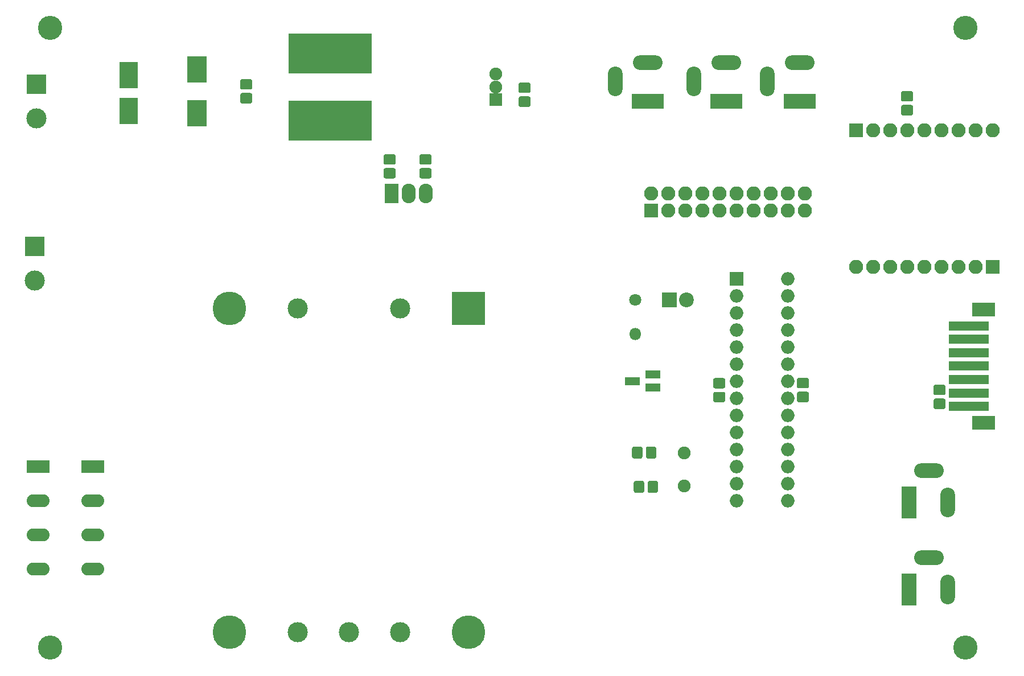
<source format=gbr>
G04 #@! TF.GenerationSoftware,KiCad,Pcbnew,(5.0.0)*
G04 #@! TF.CreationDate,2019-02-09T12:54:46-06:00*
G04 #@! TF.ProjectId,ArmPowerBoardV3,41726D506F776572426F61726456332E,rev?*
G04 #@! TF.SameCoordinates,Original*
G04 #@! TF.FileFunction,Soldermask,Top*
G04 #@! TF.FilePolarity,Negative*
%FSLAX46Y46*%
G04 Gerber Fmt 4.6, Leading zero omitted, Abs format (unit mm)*
G04 Created by KiCad (PCBNEW (5.0.0)) date 02/09/19 12:54:46*
%MOMM*%
%LPD*%
G01*
G04 APERTURE LIST*
%ADD10C,3.600000*%
%ADD11R,2.000000X2.000000*%
%ADD12O,2.000000X2.000000*%
%ADD13C,0.100000*%
%ADD14C,1.550000*%
%ADD15R,2.900000X3.900000*%
%ADD16R,2.700000X3.900000*%
%ADD17R,2.200000X2.200000*%
%ADD18C,2.200000*%
%ADD19R,3.400000X1.900000*%
%ADD20O,3.400000X1.900000*%
%ADD21R,3.000000X3.000000*%
%ADD22C,3.000000*%
%ADD23R,2.100000X2.100000*%
%ADD24O,2.100000X2.100000*%
%ADD25R,5.900000X1.400000*%
%ADD26R,3.400000X2.000000*%
%ADD27C,1.800000*%
%ADD28O,1.800000X1.800000*%
%ADD29C,1.900000*%
%ADD30R,1.900000X1.900000*%
%ADD31R,12.400000X5.900000*%
%ADD32R,5.003200X5.003200*%
%ADD33C,3.003200*%
%ADD34C,5.003200*%
%ADD35R,2.300000X1.200000*%
%ADD36R,2.100000X2.900000*%
%ADD37O,2.100000X2.900000*%
%ADD38O,4.400000X2.200000*%
%ADD39O,2.200000X4.400000*%
%ADD40R,2.200000X4.800000*%
%ADD41R,4.800000X2.200000*%
G04 APERTURE END LIST*
D10*
G04 #@! TO.C,REF\002A\002A*
X26924000Y-35560000D03*
G04 #@! TD*
G04 #@! TO.C,REF\002A\002A*
X26924000Y-127762000D03*
G04 #@! TD*
G04 #@! TO.C,REF\002A\002A*
X163068000Y-127762000D03*
G04 #@! TD*
D11*
G04 #@! TO.C,J10*
X129032000Y-72898000D03*
D12*
X136652000Y-105918000D03*
X129032000Y-75438000D03*
X136652000Y-103378000D03*
X129032000Y-77978000D03*
X136652000Y-100838000D03*
X129032000Y-80518000D03*
X136652000Y-98298000D03*
X129032000Y-83058000D03*
X136652000Y-95758000D03*
X129032000Y-85598000D03*
X136652000Y-93218000D03*
X129032000Y-88138000D03*
X136652000Y-90678000D03*
X129032000Y-90678000D03*
X136652000Y-88138000D03*
X129032000Y-93218000D03*
X136652000Y-85598000D03*
X129032000Y-95758000D03*
X136652000Y-83058000D03*
X129032000Y-98298000D03*
X136652000Y-80518000D03*
X129032000Y-100838000D03*
X136652000Y-77978000D03*
X129032000Y-103378000D03*
X136652000Y-75438000D03*
X129032000Y-105918000D03*
X136652000Y-72898000D03*
G04 #@! TD*
D13*
G04 #@! TO.C,C1*
G36*
X98132071Y-43667623D02*
X98164781Y-43672475D01*
X98196857Y-43680509D01*
X98227991Y-43691649D01*
X98257884Y-43705787D01*
X98286247Y-43722787D01*
X98312807Y-43742485D01*
X98337308Y-43764692D01*
X98359515Y-43789193D01*
X98379213Y-43815753D01*
X98396213Y-43844116D01*
X98410351Y-43874009D01*
X98421491Y-43905143D01*
X98429525Y-43937219D01*
X98434377Y-43969929D01*
X98436000Y-44002956D01*
X98436000Y-44879044D01*
X98434377Y-44912071D01*
X98429525Y-44944781D01*
X98421491Y-44976857D01*
X98410351Y-45007991D01*
X98396213Y-45037884D01*
X98379213Y-45066247D01*
X98359515Y-45092807D01*
X98337308Y-45117308D01*
X98312807Y-45139515D01*
X98286247Y-45159213D01*
X98257884Y-45176213D01*
X98227991Y-45190351D01*
X98196857Y-45201491D01*
X98164781Y-45209525D01*
X98132071Y-45214377D01*
X98099044Y-45216000D01*
X96972956Y-45216000D01*
X96939929Y-45214377D01*
X96907219Y-45209525D01*
X96875143Y-45201491D01*
X96844009Y-45190351D01*
X96814116Y-45176213D01*
X96785753Y-45159213D01*
X96759193Y-45139515D01*
X96734692Y-45117308D01*
X96712485Y-45092807D01*
X96692787Y-45066247D01*
X96675787Y-45037884D01*
X96661649Y-45007991D01*
X96650509Y-44976857D01*
X96642475Y-44944781D01*
X96637623Y-44912071D01*
X96636000Y-44879044D01*
X96636000Y-44002956D01*
X96637623Y-43969929D01*
X96642475Y-43937219D01*
X96650509Y-43905143D01*
X96661649Y-43874009D01*
X96675787Y-43844116D01*
X96692787Y-43815753D01*
X96712485Y-43789193D01*
X96734692Y-43764692D01*
X96759193Y-43742485D01*
X96785753Y-43722787D01*
X96814116Y-43705787D01*
X96844009Y-43691649D01*
X96875143Y-43680509D01*
X96907219Y-43672475D01*
X96939929Y-43667623D01*
X96972956Y-43666000D01*
X98099044Y-43666000D01*
X98132071Y-43667623D01*
X98132071Y-43667623D01*
G37*
D14*
X97536000Y-44441000D03*
D13*
G36*
X98132071Y-45717623D02*
X98164781Y-45722475D01*
X98196857Y-45730509D01*
X98227991Y-45741649D01*
X98257884Y-45755787D01*
X98286247Y-45772787D01*
X98312807Y-45792485D01*
X98337308Y-45814692D01*
X98359515Y-45839193D01*
X98379213Y-45865753D01*
X98396213Y-45894116D01*
X98410351Y-45924009D01*
X98421491Y-45955143D01*
X98429525Y-45987219D01*
X98434377Y-46019929D01*
X98436000Y-46052956D01*
X98436000Y-46929044D01*
X98434377Y-46962071D01*
X98429525Y-46994781D01*
X98421491Y-47026857D01*
X98410351Y-47057991D01*
X98396213Y-47087884D01*
X98379213Y-47116247D01*
X98359515Y-47142807D01*
X98337308Y-47167308D01*
X98312807Y-47189515D01*
X98286247Y-47209213D01*
X98257884Y-47226213D01*
X98227991Y-47240351D01*
X98196857Y-47251491D01*
X98164781Y-47259525D01*
X98132071Y-47264377D01*
X98099044Y-47266000D01*
X96972956Y-47266000D01*
X96939929Y-47264377D01*
X96907219Y-47259525D01*
X96875143Y-47251491D01*
X96844009Y-47240351D01*
X96814116Y-47226213D01*
X96785753Y-47209213D01*
X96759193Y-47189515D01*
X96734692Y-47167308D01*
X96712485Y-47142807D01*
X96692787Y-47116247D01*
X96675787Y-47087884D01*
X96661649Y-47057991D01*
X96650509Y-47026857D01*
X96642475Y-46994781D01*
X96637623Y-46962071D01*
X96636000Y-46929044D01*
X96636000Y-46052956D01*
X96637623Y-46019929D01*
X96642475Y-45987219D01*
X96650509Y-45955143D01*
X96661649Y-45924009D01*
X96675787Y-45894116D01*
X96692787Y-45865753D01*
X96712485Y-45839193D01*
X96734692Y-45814692D01*
X96759193Y-45792485D01*
X96785753Y-45772787D01*
X96814116Y-45755787D01*
X96844009Y-45741649D01*
X96875143Y-45730509D01*
X96907219Y-45722475D01*
X96939929Y-45717623D01*
X96972956Y-45716000D01*
X98099044Y-45716000D01*
X98132071Y-45717623D01*
X98132071Y-45717623D01*
G37*
D14*
X97536000Y-46491000D03*
G04 #@! TD*
D15*
G04 #@! TO.C,C3*
X48768000Y-41708000D03*
X48768000Y-48208000D03*
G04 #@! TD*
D16*
G04 #@! TO.C,D1*
X38608000Y-42512000D03*
X38608000Y-47912000D03*
G04 #@! TD*
D17*
G04 #@! TO.C,D2*
X119084059Y-75968813D03*
D18*
X121624059Y-75968813D03*
G04 #@! TD*
D19*
G04 #@! TO.C,J1*
X25146000Y-100838000D03*
X33346000Y-100838000D03*
D20*
X25146000Y-105918000D03*
X33346000Y-105918000D03*
X25146000Y-110998000D03*
X33346000Y-110998000D03*
X25146000Y-116078000D03*
X33346000Y-116078000D03*
G04 #@! TD*
D21*
G04 #@! TO.C,J4*
X24638000Y-68072000D03*
D22*
X24638000Y-73152000D03*
G04 #@! TD*
D23*
G04 #@! TO.C,J9*
X146812000Y-50800000D03*
D24*
X149352000Y-50800000D03*
X151892000Y-50800000D03*
X154432000Y-50800000D03*
X156972000Y-50800000D03*
X159512000Y-50800000D03*
X162052000Y-50800000D03*
X164592000Y-50800000D03*
X167132000Y-50800000D03*
G04 #@! TD*
G04 #@! TO.C,J11*
X146812000Y-71120000D03*
X149352000Y-71120000D03*
X151892000Y-71120000D03*
X154432000Y-71120000D03*
X156972000Y-71120000D03*
X159512000Y-71120000D03*
X162052000Y-71120000D03*
X164592000Y-71120000D03*
D23*
X167132000Y-71120000D03*
G04 #@! TD*
D25*
G04 #@! TO.C,J13*
X163584000Y-79852000D03*
X163584000Y-81852000D03*
X163584000Y-83852000D03*
X163584000Y-85852000D03*
X163584000Y-87852000D03*
X163584000Y-89852000D03*
X163584000Y-91852000D03*
D26*
X165834000Y-77452000D03*
X165834000Y-94252000D03*
G04 #@! TD*
D27*
G04 #@! TO.C,R2*
X114004059Y-75968813D03*
D28*
X114004059Y-81048813D03*
G04 #@! TD*
D29*
G04 #@! TO.C,U1*
X93218000Y-44318000D03*
X93218000Y-42408000D03*
D30*
X93218000Y-46228000D03*
D31*
X68618000Y-39318000D03*
X68618000Y-49318000D03*
G04 #@! TD*
D32*
G04 #@! TO.C,U2*
X89154000Y-77221000D03*
D33*
X78994000Y-77221000D03*
X63754000Y-77221000D03*
D34*
X53594000Y-77221000D03*
X53594000Y-125471000D03*
D33*
X63754000Y-125471000D03*
X71374000Y-125471000D03*
X78994000Y-125471000D03*
D34*
X89154000Y-125471000D03*
G04 #@! TD*
D35*
G04 #@! TO.C,U4*
X116586000Y-89022000D03*
X116586000Y-87122000D03*
X113586000Y-88072000D03*
G04 #@! TD*
D29*
G04 #@! TO.C,Y1*
X121268574Y-98795540D03*
X121268574Y-103675540D03*
G04 #@! TD*
D21*
G04 #@! TO.C,BT1*
X24892000Y-43942000D03*
D22*
X24892000Y-49022000D03*
G04 #@! TD*
D13*
G04 #@! TO.C,C5*
G36*
X78066071Y-56376623D02*
X78098781Y-56381475D01*
X78130857Y-56389509D01*
X78161991Y-56400649D01*
X78191884Y-56414787D01*
X78220247Y-56431787D01*
X78246807Y-56451485D01*
X78271308Y-56473692D01*
X78293515Y-56498193D01*
X78313213Y-56524753D01*
X78330213Y-56553116D01*
X78344351Y-56583009D01*
X78355491Y-56614143D01*
X78363525Y-56646219D01*
X78368377Y-56678929D01*
X78370000Y-56711956D01*
X78370000Y-57588044D01*
X78368377Y-57621071D01*
X78363525Y-57653781D01*
X78355491Y-57685857D01*
X78344351Y-57716991D01*
X78330213Y-57746884D01*
X78313213Y-57775247D01*
X78293515Y-57801807D01*
X78271308Y-57826308D01*
X78246807Y-57848515D01*
X78220247Y-57868213D01*
X78191884Y-57885213D01*
X78161991Y-57899351D01*
X78130857Y-57910491D01*
X78098781Y-57918525D01*
X78066071Y-57923377D01*
X78033044Y-57925000D01*
X76906956Y-57925000D01*
X76873929Y-57923377D01*
X76841219Y-57918525D01*
X76809143Y-57910491D01*
X76778009Y-57899351D01*
X76748116Y-57885213D01*
X76719753Y-57868213D01*
X76693193Y-57848515D01*
X76668692Y-57826308D01*
X76646485Y-57801807D01*
X76626787Y-57775247D01*
X76609787Y-57746884D01*
X76595649Y-57716991D01*
X76584509Y-57685857D01*
X76576475Y-57653781D01*
X76571623Y-57621071D01*
X76570000Y-57588044D01*
X76570000Y-56711956D01*
X76571623Y-56678929D01*
X76576475Y-56646219D01*
X76584509Y-56614143D01*
X76595649Y-56583009D01*
X76609787Y-56553116D01*
X76626787Y-56524753D01*
X76646485Y-56498193D01*
X76668692Y-56473692D01*
X76693193Y-56451485D01*
X76719753Y-56431787D01*
X76748116Y-56414787D01*
X76778009Y-56400649D01*
X76809143Y-56389509D01*
X76841219Y-56381475D01*
X76873929Y-56376623D01*
X76906956Y-56375000D01*
X78033044Y-56375000D01*
X78066071Y-56376623D01*
X78066071Y-56376623D01*
G37*
D14*
X77470000Y-57150000D03*
D13*
G36*
X78066071Y-54326623D02*
X78098781Y-54331475D01*
X78130857Y-54339509D01*
X78161991Y-54350649D01*
X78191884Y-54364787D01*
X78220247Y-54381787D01*
X78246807Y-54401485D01*
X78271308Y-54423692D01*
X78293515Y-54448193D01*
X78313213Y-54474753D01*
X78330213Y-54503116D01*
X78344351Y-54533009D01*
X78355491Y-54564143D01*
X78363525Y-54596219D01*
X78368377Y-54628929D01*
X78370000Y-54661956D01*
X78370000Y-55538044D01*
X78368377Y-55571071D01*
X78363525Y-55603781D01*
X78355491Y-55635857D01*
X78344351Y-55666991D01*
X78330213Y-55696884D01*
X78313213Y-55725247D01*
X78293515Y-55751807D01*
X78271308Y-55776308D01*
X78246807Y-55798515D01*
X78220247Y-55818213D01*
X78191884Y-55835213D01*
X78161991Y-55849351D01*
X78130857Y-55860491D01*
X78098781Y-55868525D01*
X78066071Y-55873377D01*
X78033044Y-55875000D01*
X76906956Y-55875000D01*
X76873929Y-55873377D01*
X76841219Y-55868525D01*
X76809143Y-55860491D01*
X76778009Y-55849351D01*
X76748116Y-55835213D01*
X76719753Y-55818213D01*
X76693193Y-55798515D01*
X76668692Y-55776308D01*
X76646485Y-55751807D01*
X76626787Y-55725247D01*
X76609787Y-55696884D01*
X76595649Y-55666991D01*
X76584509Y-55635857D01*
X76576475Y-55603781D01*
X76571623Y-55571071D01*
X76570000Y-55538044D01*
X76570000Y-54661956D01*
X76571623Y-54628929D01*
X76576475Y-54596219D01*
X76584509Y-54564143D01*
X76595649Y-54533009D01*
X76609787Y-54503116D01*
X76626787Y-54474753D01*
X76646485Y-54448193D01*
X76668692Y-54423692D01*
X76693193Y-54401485D01*
X76719753Y-54381787D01*
X76748116Y-54364787D01*
X76778009Y-54350649D01*
X76809143Y-54339509D01*
X76841219Y-54331475D01*
X76873929Y-54326623D01*
X76906956Y-54325000D01*
X78033044Y-54325000D01*
X78066071Y-54326623D01*
X78066071Y-54326623D01*
G37*
D14*
X77470000Y-55100000D03*
G04 #@! TD*
D13*
G04 #@! TO.C,C6*
G36*
X83400071Y-54326623D02*
X83432781Y-54331475D01*
X83464857Y-54339509D01*
X83495991Y-54350649D01*
X83525884Y-54364787D01*
X83554247Y-54381787D01*
X83580807Y-54401485D01*
X83605308Y-54423692D01*
X83627515Y-54448193D01*
X83647213Y-54474753D01*
X83664213Y-54503116D01*
X83678351Y-54533009D01*
X83689491Y-54564143D01*
X83697525Y-54596219D01*
X83702377Y-54628929D01*
X83704000Y-54661956D01*
X83704000Y-55538044D01*
X83702377Y-55571071D01*
X83697525Y-55603781D01*
X83689491Y-55635857D01*
X83678351Y-55666991D01*
X83664213Y-55696884D01*
X83647213Y-55725247D01*
X83627515Y-55751807D01*
X83605308Y-55776308D01*
X83580807Y-55798515D01*
X83554247Y-55818213D01*
X83525884Y-55835213D01*
X83495991Y-55849351D01*
X83464857Y-55860491D01*
X83432781Y-55868525D01*
X83400071Y-55873377D01*
X83367044Y-55875000D01*
X82240956Y-55875000D01*
X82207929Y-55873377D01*
X82175219Y-55868525D01*
X82143143Y-55860491D01*
X82112009Y-55849351D01*
X82082116Y-55835213D01*
X82053753Y-55818213D01*
X82027193Y-55798515D01*
X82002692Y-55776308D01*
X81980485Y-55751807D01*
X81960787Y-55725247D01*
X81943787Y-55696884D01*
X81929649Y-55666991D01*
X81918509Y-55635857D01*
X81910475Y-55603781D01*
X81905623Y-55571071D01*
X81904000Y-55538044D01*
X81904000Y-54661956D01*
X81905623Y-54628929D01*
X81910475Y-54596219D01*
X81918509Y-54564143D01*
X81929649Y-54533009D01*
X81943787Y-54503116D01*
X81960787Y-54474753D01*
X81980485Y-54448193D01*
X82002692Y-54423692D01*
X82027193Y-54401485D01*
X82053753Y-54381787D01*
X82082116Y-54364787D01*
X82112009Y-54350649D01*
X82143143Y-54339509D01*
X82175219Y-54331475D01*
X82207929Y-54326623D01*
X82240956Y-54325000D01*
X83367044Y-54325000D01*
X83400071Y-54326623D01*
X83400071Y-54326623D01*
G37*
D14*
X82804000Y-55100000D03*
D13*
G36*
X83400071Y-56376623D02*
X83432781Y-56381475D01*
X83464857Y-56389509D01*
X83495991Y-56400649D01*
X83525884Y-56414787D01*
X83554247Y-56431787D01*
X83580807Y-56451485D01*
X83605308Y-56473692D01*
X83627515Y-56498193D01*
X83647213Y-56524753D01*
X83664213Y-56553116D01*
X83678351Y-56583009D01*
X83689491Y-56614143D01*
X83697525Y-56646219D01*
X83702377Y-56678929D01*
X83704000Y-56711956D01*
X83704000Y-57588044D01*
X83702377Y-57621071D01*
X83697525Y-57653781D01*
X83689491Y-57685857D01*
X83678351Y-57716991D01*
X83664213Y-57746884D01*
X83647213Y-57775247D01*
X83627515Y-57801807D01*
X83605308Y-57826308D01*
X83580807Y-57848515D01*
X83554247Y-57868213D01*
X83525884Y-57885213D01*
X83495991Y-57899351D01*
X83464857Y-57910491D01*
X83432781Y-57918525D01*
X83400071Y-57923377D01*
X83367044Y-57925000D01*
X82240956Y-57925000D01*
X82207929Y-57923377D01*
X82175219Y-57918525D01*
X82143143Y-57910491D01*
X82112009Y-57899351D01*
X82082116Y-57885213D01*
X82053753Y-57868213D01*
X82027193Y-57848515D01*
X82002692Y-57826308D01*
X81980485Y-57801807D01*
X81960787Y-57775247D01*
X81943787Y-57746884D01*
X81929649Y-57716991D01*
X81918509Y-57685857D01*
X81910475Y-57653781D01*
X81905623Y-57621071D01*
X81904000Y-57588044D01*
X81904000Y-56711956D01*
X81905623Y-56678929D01*
X81910475Y-56646219D01*
X81918509Y-56614143D01*
X81929649Y-56583009D01*
X81943787Y-56553116D01*
X81960787Y-56524753D01*
X81980485Y-56498193D01*
X82002692Y-56473692D01*
X82027193Y-56451485D01*
X82053753Y-56431787D01*
X82082116Y-56414787D01*
X82112009Y-56400649D01*
X82143143Y-56389509D01*
X82175219Y-56381475D01*
X82207929Y-56376623D01*
X82240956Y-56375000D01*
X83367044Y-56375000D01*
X83400071Y-56376623D01*
X83400071Y-56376623D01*
G37*
D14*
X82804000Y-57150000D03*
G04 #@! TD*
D23*
G04 #@! TO.C,J8*
X116332000Y-62738000D03*
D24*
X116332000Y-60198000D03*
X118872000Y-62738000D03*
X118872000Y-60198000D03*
X121412000Y-62738000D03*
X121412000Y-60198000D03*
X123952000Y-62738000D03*
X123952000Y-60198000D03*
X126492000Y-62738000D03*
X126492000Y-60198000D03*
X129032000Y-62738000D03*
X129032000Y-60198000D03*
X131572000Y-62738000D03*
X131572000Y-60198000D03*
X134112000Y-62738000D03*
X134112000Y-60198000D03*
X136652000Y-62738000D03*
X136652000Y-60198000D03*
X139192000Y-62738000D03*
X139192000Y-60198000D03*
G04 #@! TD*
D36*
G04 #@! TO.C,U3*
X77724000Y-60198000D03*
D37*
X80264000Y-60198000D03*
X82804000Y-60198000D03*
G04 #@! TD*
D13*
G04 #@! TO.C,C7*
G36*
X159854071Y-88625623D02*
X159886781Y-88630475D01*
X159918857Y-88638509D01*
X159949991Y-88649649D01*
X159979884Y-88663787D01*
X160008247Y-88680787D01*
X160034807Y-88700485D01*
X160059308Y-88722692D01*
X160081515Y-88747193D01*
X160101213Y-88773753D01*
X160118213Y-88802116D01*
X160132351Y-88832009D01*
X160143491Y-88863143D01*
X160151525Y-88895219D01*
X160156377Y-88927929D01*
X160158000Y-88960956D01*
X160158000Y-89837044D01*
X160156377Y-89870071D01*
X160151525Y-89902781D01*
X160143491Y-89934857D01*
X160132351Y-89965991D01*
X160118213Y-89995884D01*
X160101213Y-90024247D01*
X160081515Y-90050807D01*
X160059308Y-90075308D01*
X160034807Y-90097515D01*
X160008247Y-90117213D01*
X159979884Y-90134213D01*
X159949991Y-90148351D01*
X159918857Y-90159491D01*
X159886781Y-90167525D01*
X159854071Y-90172377D01*
X159821044Y-90174000D01*
X158694956Y-90174000D01*
X158661929Y-90172377D01*
X158629219Y-90167525D01*
X158597143Y-90159491D01*
X158566009Y-90148351D01*
X158536116Y-90134213D01*
X158507753Y-90117213D01*
X158481193Y-90097515D01*
X158456692Y-90075308D01*
X158434485Y-90050807D01*
X158414787Y-90024247D01*
X158397787Y-89995884D01*
X158383649Y-89965991D01*
X158372509Y-89934857D01*
X158364475Y-89902781D01*
X158359623Y-89870071D01*
X158358000Y-89837044D01*
X158358000Y-88960956D01*
X158359623Y-88927929D01*
X158364475Y-88895219D01*
X158372509Y-88863143D01*
X158383649Y-88832009D01*
X158397787Y-88802116D01*
X158414787Y-88773753D01*
X158434485Y-88747193D01*
X158456692Y-88722692D01*
X158481193Y-88700485D01*
X158507753Y-88680787D01*
X158536116Y-88663787D01*
X158566009Y-88649649D01*
X158597143Y-88638509D01*
X158629219Y-88630475D01*
X158661929Y-88625623D01*
X158694956Y-88624000D01*
X159821044Y-88624000D01*
X159854071Y-88625623D01*
X159854071Y-88625623D01*
G37*
D14*
X159258000Y-89399000D03*
D13*
G36*
X159854071Y-90675623D02*
X159886781Y-90680475D01*
X159918857Y-90688509D01*
X159949991Y-90699649D01*
X159979884Y-90713787D01*
X160008247Y-90730787D01*
X160034807Y-90750485D01*
X160059308Y-90772692D01*
X160081515Y-90797193D01*
X160101213Y-90823753D01*
X160118213Y-90852116D01*
X160132351Y-90882009D01*
X160143491Y-90913143D01*
X160151525Y-90945219D01*
X160156377Y-90977929D01*
X160158000Y-91010956D01*
X160158000Y-91887044D01*
X160156377Y-91920071D01*
X160151525Y-91952781D01*
X160143491Y-91984857D01*
X160132351Y-92015991D01*
X160118213Y-92045884D01*
X160101213Y-92074247D01*
X160081515Y-92100807D01*
X160059308Y-92125308D01*
X160034807Y-92147515D01*
X160008247Y-92167213D01*
X159979884Y-92184213D01*
X159949991Y-92198351D01*
X159918857Y-92209491D01*
X159886781Y-92217525D01*
X159854071Y-92222377D01*
X159821044Y-92224000D01*
X158694956Y-92224000D01*
X158661929Y-92222377D01*
X158629219Y-92217525D01*
X158597143Y-92209491D01*
X158566009Y-92198351D01*
X158536116Y-92184213D01*
X158507753Y-92167213D01*
X158481193Y-92147515D01*
X158456692Y-92125308D01*
X158434485Y-92100807D01*
X158414787Y-92074247D01*
X158397787Y-92045884D01*
X158383649Y-92015991D01*
X158372509Y-91984857D01*
X158364475Y-91952781D01*
X158359623Y-91920071D01*
X158358000Y-91887044D01*
X158358000Y-91010956D01*
X158359623Y-90977929D01*
X158364475Y-90945219D01*
X158372509Y-90913143D01*
X158383649Y-90882009D01*
X158397787Y-90852116D01*
X158414787Y-90823753D01*
X158434485Y-90797193D01*
X158456692Y-90772692D01*
X158481193Y-90750485D01*
X158507753Y-90730787D01*
X158536116Y-90713787D01*
X158566009Y-90699649D01*
X158597143Y-90688509D01*
X158629219Y-90680475D01*
X158661929Y-90675623D01*
X158694956Y-90674000D01*
X159821044Y-90674000D01*
X159854071Y-90675623D01*
X159854071Y-90675623D01*
G37*
D14*
X159258000Y-91449000D03*
G04 #@! TD*
D13*
G04 #@! TO.C,C8*
G36*
X56730071Y-45209623D02*
X56762781Y-45214475D01*
X56794857Y-45222509D01*
X56825991Y-45233649D01*
X56855884Y-45247787D01*
X56884247Y-45264787D01*
X56910807Y-45284485D01*
X56935308Y-45306692D01*
X56957515Y-45331193D01*
X56977213Y-45357753D01*
X56994213Y-45386116D01*
X57008351Y-45416009D01*
X57019491Y-45447143D01*
X57027525Y-45479219D01*
X57032377Y-45511929D01*
X57034000Y-45544956D01*
X57034000Y-46421044D01*
X57032377Y-46454071D01*
X57027525Y-46486781D01*
X57019491Y-46518857D01*
X57008351Y-46549991D01*
X56994213Y-46579884D01*
X56977213Y-46608247D01*
X56957515Y-46634807D01*
X56935308Y-46659308D01*
X56910807Y-46681515D01*
X56884247Y-46701213D01*
X56855884Y-46718213D01*
X56825991Y-46732351D01*
X56794857Y-46743491D01*
X56762781Y-46751525D01*
X56730071Y-46756377D01*
X56697044Y-46758000D01*
X55570956Y-46758000D01*
X55537929Y-46756377D01*
X55505219Y-46751525D01*
X55473143Y-46743491D01*
X55442009Y-46732351D01*
X55412116Y-46718213D01*
X55383753Y-46701213D01*
X55357193Y-46681515D01*
X55332692Y-46659308D01*
X55310485Y-46634807D01*
X55290787Y-46608247D01*
X55273787Y-46579884D01*
X55259649Y-46549991D01*
X55248509Y-46518857D01*
X55240475Y-46486781D01*
X55235623Y-46454071D01*
X55234000Y-46421044D01*
X55234000Y-45544956D01*
X55235623Y-45511929D01*
X55240475Y-45479219D01*
X55248509Y-45447143D01*
X55259649Y-45416009D01*
X55273787Y-45386116D01*
X55290787Y-45357753D01*
X55310485Y-45331193D01*
X55332692Y-45306692D01*
X55357193Y-45284485D01*
X55383753Y-45264787D01*
X55412116Y-45247787D01*
X55442009Y-45233649D01*
X55473143Y-45222509D01*
X55505219Y-45214475D01*
X55537929Y-45209623D01*
X55570956Y-45208000D01*
X56697044Y-45208000D01*
X56730071Y-45209623D01*
X56730071Y-45209623D01*
G37*
D14*
X56134000Y-45983000D03*
D13*
G36*
X56730071Y-43159623D02*
X56762781Y-43164475D01*
X56794857Y-43172509D01*
X56825991Y-43183649D01*
X56855884Y-43197787D01*
X56884247Y-43214787D01*
X56910807Y-43234485D01*
X56935308Y-43256692D01*
X56957515Y-43281193D01*
X56977213Y-43307753D01*
X56994213Y-43336116D01*
X57008351Y-43366009D01*
X57019491Y-43397143D01*
X57027525Y-43429219D01*
X57032377Y-43461929D01*
X57034000Y-43494956D01*
X57034000Y-44371044D01*
X57032377Y-44404071D01*
X57027525Y-44436781D01*
X57019491Y-44468857D01*
X57008351Y-44499991D01*
X56994213Y-44529884D01*
X56977213Y-44558247D01*
X56957515Y-44584807D01*
X56935308Y-44609308D01*
X56910807Y-44631515D01*
X56884247Y-44651213D01*
X56855884Y-44668213D01*
X56825991Y-44682351D01*
X56794857Y-44693491D01*
X56762781Y-44701525D01*
X56730071Y-44706377D01*
X56697044Y-44708000D01*
X55570956Y-44708000D01*
X55537929Y-44706377D01*
X55505219Y-44701525D01*
X55473143Y-44693491D01*
X55442009Y-44682351D01*
X55412116Y-44668213D01*
X55383753Y-44651213D01*
X55357193Y-44631515D01*
X55332692Y-44609308D01*
X55310485Y-44584807D01*
X55290787Y-44558247D01*
X55273787Y-44529884D01*
X55259649Y-44499991D01*
X55248509Y-44468857D01*
X55240475Y-44436781D01*
X55235623Y-44404071D01*
X55234000Y-44371044D01*
X55234000Y-43494956D01*
X55235623Y-43461929D01*
X55240475Y-43429219D01*
X55248509Y-43397143D01*
X55259649Y-43366009D01*
X55273787Y-43336116D01*
X55290787Y-43307753D01*
X55310485Y-43281193D01*
X55332692Y-43256692D01*
X55357193Y-43234485D01*
X55383753Y-43214787D01*
X55412116Y-43197787D01*
X55442009Y-43183649D01*
X55473143Y-43172509D01*
X55505219Y-43164475D01*
X55537929Y-43159623D01*
X55570956Y-43158000D01*
X56697044Y-43158000D01*
X56730071Y-43159623D01*
X56730071Y-43159623D01*
G37*
D14*
X56134000Y-43933000D03*
G04 #@! TD*
D13*
G04 #@! TO.C,C9*
G36*
X127088071Y-89668623D02*
X127120781Y-89673475D01*
X127152857Y-89681509D01*
X127183991Y-89692649D01*
X127213884Y-89706787D01*
X127242247Y-89723787D01*
X127268807Y-89743485D01*
X127293308Y-89765692D01*
X127315515Y-89790193D01*
X127335213Y-89816753D01*
X127352213Y-89845116D01*
X127366351Y-89875009D01*
X127377491Y-89906143D01*
X127385525Y-89938219D01*
X127390377Y-89970929D01*
X127392000Y-90003956D01*
X127392000Y-90880044D01*
X127390377Y-90913071D01*
X127385525Y-90945781D01*
X127377491Y-90977857D01*
X127366351Y-91008991D01*
X127352213Y-91038884D01*
X127335213Y-91067247D01*
X127315515Y-91093807D01*
X127293308Y-91118308D01*
X127268807Y-91140515D01*
X127242247Y-91160213D01*
X127213884Y-91177213D01*
X127183991Y-91191351D01*
X127152857Y-91202491D01*
X127120781Y-91210525D01*
X127088071Y-91215377D01*
X127055044Y-91217000D01*
X125928956Y-91217000D01*
X125895929Y-91215377D01*
X125863219Y-91210525D01*
X125831143Y-91202491D01*
X125800009Y-91191351D01*
X125770116Y-91177213D01*
X125741753Y-91160213D01*
X125715193Y-91140515D01*
X125690692Y-91118308D01*
X125668485Y-91093807D01*
X125648787Y-91067247D01*
X125631787Y-91038884D01*
X125617649Y-91008991D01*
X125606509Y-90977857D01*
X125598475Y-90945781D01*
X125593623Y-90913071D01*
X125592000Y-90880044D01*
X125592000Y-90003956D01*
X125593623Y-89970929D01*
X125598475Y-89938219D01*
X125606509Y-89906143D01*
X125617649Y-89875009D01*
X125631787Y-89845116D01*
X125648787Y-89816753D01*
X125668485Y-89790193D01*
X125690692Y-89765692D01*
X125715193Y-89743485D01*
X125741753Y-89723787D01*
X125770116Y-89706787D01*
X125800009Y-89692649D01*
X125831143Y-89681509D01*
X125863219Y-89673475D01*
X125895929Y-89668623D01*
X125928956Y-89667000D01*
X127055044Y-89667000D01*
X127088071Y-89668623D01*
X127088071Y-89668623D01*
G37*
D14*
X126492000Y-90442000D03*
D13*
G36*
X127088071Y-87618623D02*
X127120781Y-87623475D01*
X127152857Y-87631509D01*
X127183991Y-87642649D01*
X127213884Y-87656787D01*
X127242247Y-87673787D01*
X127268807Y-87693485D01*
X127293308Y-87715692D01*
X127315515Y-87740193D01*
X127335213Y-87766753D01*
X127352213Y-87795116D01*
X127366351Y-87825009D01*
X127377491Y-87856143D01*
X127385525Y-87888219D01*
X127390377Y-87920929D01*
X127392000Y-87953956D01*
X127392000Y-88830044D01*
X127390377Y-88863071D01*
X127385525Y-88895781D01*
X127377491Y-88927857D01*
X127366351Y-88958991D01*
X127352213Y-88988884D01*
X127335213Y-89017247D01*
X127315515Y-89043807D01*
X127293308Y-89068308D01*
X127268807Y-89090515D01*
X127242247Y-89110213D01*
X127213884Y-89127213D01*
X127183991Y-89141351D01*
X127152857Y-89152491D01*
X127120781Y-89160525D01*
X127088071Y-89165377D01*
X127055044Y-89167000D01*
X125928956Y-89167000D01*
X125895929Y-89165377D01*
X125863219Y-89160525D01*
X125831143Y-89152491D01*
X125800009Y-89141351D01*
X125770116Y-89127213D01*
X125741753Y-89110213D01*
X125715193Y-89090515D01*
X125690692Y-89068308D01*
X125668485Y-89043807D01*
X125648787Y-89017247D01*
X125631787Y-88988884D01*
X125617649Y-88958991D01*
X125606509Y-88927857D01*
X125598475Y-88895781D01*
X125593623Y-88863071D01*
X125592000Y-88830044D01*
X125592000Y-87953956D01*
X125593623Y-87920929D01*
X125598475Y-87888219D01*
X125606509Y-87856143D01*
X125617649Y-87825009D01*
X125631787Y-87795116D01*
X125648787Y-87766753D01*
X125668485Y-87740193D01*
X125690692Y-87715692D01*
X125715193Y-87693485D01*
X125741753Y-87673787D01*
X125770116Y-87656787D01*
X125800009Y-87642649D01*
X125831143Y-87631509D01*
X125863219Y-87623475D01*
X125895929Y-87618623D01*
X125928956Y-87617000D01*
X127055044Y-87617000D01*
X127088071Y-87618623D01*
X127088071Y-87618623D01*
G37*
D14*
X126492000Y-88392000D03*
G04 #@! TD*
D13*
G04 #@! TO.C,C10*
G36*
X155028071Y-46987623D02*
X155060781Y-46992475D01*
X155092857Y-47000509D01*
X155123991Y-47011649D01*
X155153884Y-47025787D01*
X155182247Y-47042787D01*
X155208807Y-47062485D01*
X155233308Y-47084692D01*
X155255515Y-47109193D01*
X155275213Y-47135753D01*
X155292213Y-47164116D01*
X155306351Y-47194009D01*
X155317491Y-47225143D01*
X155325525Y-47257219D01*
X155330377Y-47289929D01*
X155332000Y-47322956D01*
X155332000Y-48199044D01*
X155330377Y-48232071D01*
X155325525Y-48264781D01*
X155317491Y-48296857D01*
X155306351Y-48327991D01*
X155292213Y-48357884D01*
X155275213Y-48386247D01*
X155255515Y-48412807D01*
X155233308Y-48437308D01*
X155208807Y-48459515D01*
X155182247Y-48479213D01*
X155153884Y-48496213D01*
X155123991Y-48510351D01*
X155092857Y-48521491D01*
X155060781Y-48529525D01*
X155028071Y-48534377D01*
X154995044Y-48536000D01*
X153868956Y-48536000D01*
X153835929Y-48534377D01*
X153803219Y-48529525D01*
X153771143Y-48521491D01*
X153740009Y-48510351D01*
X153710116Y-48496213D01*
X153681753Y-48479213D01*
X153655193Y-48459515D01*
X153630692Y-48437308D01*
X153608485Y-48412807D01*
X153588787Y-48386247D01*
X153571787Y-48357884D01*
X153557649Y-48327991D01*
X153546509Y-48296857D01*
X153538475Y-48264781D01*
X153533623Y-48232071D01*
X153532000Y-48199044D01*
X153532000Y-47322956D01*
X153533623Y-47289929D01*
X153538475Y-47257219D01*
X153546509Y-47225143D01*
X153557649Y-47194009D01*
X153571787Y-47164116D01*
X153588787Y-47135753D01*
X153608485Y-47109193D01*
X153630692Y-47084692D01*
X153655193Y-47062485D01*
X153681753Y-47042787D01*
X153710116Y-47025787D01*
X153740009Y-47011649D01*
X153771143Y-47000509D01*
X153803219Y-46992475D01*
X153835929Y-46987623D01*
X153868956Y-46986000D01*
X154995044Y-46986000D01*
X155028071Y-46987623D01*
X155028071Y-46987623D01*
G37*
D14*
X154432000Y-47761000D03*
D13*
G36*
X155028071Y-44937623D02*
X155060781Y-44942475D01*
X155092857Y-44950509D01*
X155123991Y-44961649D01*
X155153884Y-44975787D01*
X155182247Y-44992787D01*
X155208807Y-45012485D01*
X155233308Y-45034692D01*
X155255515Y-45059193D01*
X155275213Y-45085753D01*
X155292213Y-45114116D01*
X155306351Y-45144009D01*
X155317491Y-45175143D01*
X155325525Y-45207219D01*
X155330377Y-45239929D01*
X155332000Y-45272956D01*
X155332000Y-46149044D01*
X155330377Y-46182071D01*
X155325525Y-46214781D01*
X155317491Y-46246857D01*
X155306351Y-46277991D01*
X155292213Y-46307884D01*
X155275213Y-46336247D01*
X155255515Y-46362807D01*
X155233308Y-46387308D01*
X155208807Y-46409515D01*
X155182247Y-46429213D01*
X155153884Y-46446213D01*
X155123991Y-46460351D01*
X155092857Y-46471491D01*
X155060781Y-46479525D01*
X155028071Y-46484377D01*
X154995044Y-46486000D01*
X153868956Y-46486000D01*
X153835929Y-46484377D01*
X153803219Y-46479525D01*
X153771143Y-46471491D01*
X153740009Y-46460351D01*
X153710116Y-46446213D01*
X153681753Y-46429213D01*
X153655193Y-46409515D01*
X153630692Y-46387308D01*
X153608485Y-46362807D01*
X153588787Y-46336247D01*
X153571787Y-46307884D01*
X153557649Y-46277991D01*
X153546509Y-46246857D01*
X153538475Y-46214781D01*
X153533623Y-46182071D01*
X153532000Y-46149044D01*
X153532000Y-45272956D01*
X153533623Y-45239929D01*
X153538475Y-45207219D01*
X153546509Y-45175143D01*
X153557649Y-45144009D01*
X153571787Y-45114116D01*
X153588787Y-45085753D01*
X153608485Y-45059193D01*
X153630692Y-45034692D01*
X153655193Y-45012485D01*
X153681753Y-44992787D01*
X153710116Y-44975787D01*
X153740009Y-44961649D01*
X153771143Y-44950509D01*
X153803219Y-44942475D01*
X153835929Y-44937623D01*
X153868956Y-44936000D01*
X154995044Y-44936000D01*
X155028071Y-44937623D01*
X155028071Y-44937623D01*
G37*
D14*
X154432000Y-45711000D03*
G04 #@! TD*
D13*
G04 #@! TO.C,C11*
G36*
X139534071Y-87609623D02*
X139566781Y-87614475D01*
X139598857Y-87622509D01*
X139629991Y-87633649D01*
X139659884Y-87647787D01*
X139688247Y-87664787D01*
X139714807Y-87684485D01*
X139739308Y-87706692D01*
X139761515Y-87731193D01*
X139781213Y-87757753D01*
X139798213Y-87786116D01*
X139812351Y-87816009D01*
X139823491Y-87847143D01*
X139831525Y-87879219D01*
X139836377Y-87911929D01*
X139838000Y-87944956D01*
X139838000Y-88821044D01*
X139836377Y-88854071D01*
X139831525Y-88886781D01*
X139823491Y-88918857D01*
X139812351Y-88949991D01*
X139798213Y-88979884D01*
X139781213Y-89008247D01*
X139761515Y-89034807D01*
X139739308Y-89059308D01*
X139714807Y-89081515D01*
X139688247Y-89101213D01*
X139659884Y-89118213D01*
X139629991Y-89132351D01*
X139598857Y-89143491D01*
X139566781Y-89151525D01*
X139534071Y-89156377D01*
X139501044Y-89158000D01*
X138374956Y-89158000D01*
X138341929Y-89156377D01*
X138309219Y-89151525D01*
X138277143Y-89143491D01*
X138246009Y-89132351D01*
X138216116Y-89118213D01*
X138187753Y-89101213D01*
X138161193Y-89081515D01*
X138136692Y-89059308D01*
X138114485Y-89034807D01*
X138094787Y-89008247D01*
X138077787Y-88979884D01*
X138063649Y-88949991D01*
X138052509Y-88918857D01*
X138044475Y-88886781D01*
X138039623Y-88854071D01*
X138038000Y-88821044D01*
X138038000Y-87944956D01*
X138039623Y-87911929D01*
X138044475Y-87879219D01*
X138052509Y-87847143D01*
X138063649Y-87816009D01*
X138077787Y-87786116D01*
X138094787Y-87757753D01*
X138114485Y-87731193D01*
X138136692Y-87706692D01*
X138161193Y-87684485D01*
X138187753Y-87664787D01*
X138216116Y-87647787D01*
X138246009Y-87633649D01*
X138277143Y-87622509D01*
X138309219Y-87614475D01*
X138341929Y-87609623D01*
X138374956Y-87608000D01*
X139501044Y-87608000D01*
X139534071Y-87609623D01*
X139534071Y-87609623D01*
G37*
D14*
X138938000Y-88383000D03*
D13*
G36*
X139534071Y-89659623D02*
X139566781Y-89664475D01*
X139598857Y-89672509D01*
X139629991Y-89683649D01*
X139659884Y-89697787D01*
X139688247Y-89714787D01*
X139714807Y-89734485D01*
X139739308Y-89756692D01*
X139761515Y-89781193D01*
X139781213Y-89807753D01*
X139798213Y-89836116D01*
X139812351Y-89866009D01*
X139823491Y-89897143D01*
X139831525Y-89929219D01*
X139836377Y-89961929D01*
X139838000Y-89994956D01*
X139838000Y-90871044D01*
X139836377Y-90904071D01*
X139831525Y-90936781D01*
X139823491Y-90968857D01*
X139812351Y-90999991D01*
X139798213Y-91029884D01*
X139781213Y-91058247D01*
X139761515Y-91084807D01*
X139739308Y-91109308D01*
X139714807Y-91131515D01*
X139688247Y-91151213D01*
X139659884Y-91168213D01*
X139629991Y-91182351D01*
X139598857Y-91193491D01*
X139566781Y-91201525D01*
X139534071Y-91206377D01*
X139501044Y-91208000D01*
X138374956Y-91208000D01*
X138341929Y-91206377D01*
X138309219Y-91201525D01*
X138277143Y-91193491D01*
X138246009Y-91182351D01*
X138216116Y-91168213D01*
X138187753Y-91151213D01*
X138161193Y-91131515D01*
X138136692Y-91109308D01*
X138114485Y-91084807D01*
X138094787Y-91058247D01*
X138077787Y-91029884D01*
X138063649Y-90999991D01*
X138052509Y-90968857D01*
X138044475Y-90936781D01*
X138039623Y-90904071D01*
X138038000Y-90871044D01*
X138038000Y-89994956D01*
X138039623Y-89961929D01*
X138044475Y-89929219D01*
X138052509Y-89897143D01*
X138063649Y-89866009D01*
X138077787Y-89836116D01*
X138094787Y-89807753D01*
X138114485Y-89781193D01*
X138136692Y-89756692D01*
X138161193Y-89734485D01*
X138187753Y-89714787D01*
X138216116Y-89697787D01*
X138246009Y-89683649D01*
X138277143Y-89672509D01*
X138309219Y-89664475D01*
X138341929Y-89659623D01*
X138374956Y-89658000D01*
X139501044Y-89658000D01*
X139534071Y-89659623D01*
X139534071Y-89659623D01*
G37*
D14*
X138938000Y-90433000D03*
G04 #@! TD*
D13*
G04 #@! TO.C,C2*
G36*
X114771071Y-97810221D02*
X114803781Y-97815073D01*
X114835857Y-97823107D01*
X114866991Y-97834247D01*
X114896884Y-97848385D01*
X114925247Y-97865385D01*
X114951807Y-97885083D01*
X114976308Y-97907290D01*
X114998515Y-97931791D01*
X115018213Y-97958351D01*
X115035213Y-97986714D01*
X115049351Y-98016607D01*
X115060491Y-98047741D01*
X115068525Y-98079817D01*
X115073377Y-98112527D01*
X115075000Y-98145554D01*
X115075000Y-99271642D01*
X115073377Y-99304669D01*
X115068525Y-99337379D01*
X115060491Y-99369455D01*
X115049351Y-99400589D01*
X115035213Y-99430482D01*
X115018213Y-99458845D01*
X114998515Y-99485405D01*
X114976308Y-99509906D01*
X114951807Y-99532113D01*
X114925247Y-99551811D01*
X114896884Y-99568811D01*
X114866991Y-99582949D01*
X114835857Y-99594089D01*
X114803781Y-99602123D01*
X114771071Y-99606975D01*
X114738044Y-99608598D01*
X113861956Y-99608598D01*
X113828929Y-99606975D01*
X113796219Y-99602123D01*
X113764143Y-99594089D01*
X113733009Y-99582949D01*
X113703116Y-99568811D01*
X113674753Y-99551811D01*
X113648193Y-99532113D01*
X113623692Y-99509906D01*
X113601485Y-99485405D01*
X113581787Y-99458845D01*
X113564787Y-99430482D01*
X113550649Y-99400589D01*
X113539509Y-99369455D01*
X113531475Y-99337379D01*
X113526623Y-99304669D01*
X113525000Y-99271642D01*
X113525000Y-98145554D01*
X113526623Y-98112527D01*
X113531475Y-98079817D01*
X113539509Y-98047741D01*
X113550649Y-98016607D01*
X113564787Y-97986714D01*
X113581787Y-97958351D01*
X113601485Y-97931791D01*
X113623692Y-97907290D01*
X113648193Y-97885083D01*
X113674753Y-97865385D01*
X113703116Y-97848385D01*
X113733009Y-97834247D01*
X113764143Y-97823107D01*
X113796219Y-97815073D01*
X113828929Y-97810221D01*
X113861956Y-97808598D01*
X114738044Y-97808598D01*
X114771071Y-97810221D01*
X114771071Y-97810221D01*
G37*
D14*
X114300000Y-98708598D03*
D13*
G36*
X116821071Y-97810221D02*
X116853781Y-97815073D01*
X116885857Y-97823107D01*
X116916991Y-97834247D01*
X116946884Y-97848385D01*
X116975247Y-97865385D01*
X117001807Y-97885083D01*
X117026308Y-97907290D01*
X117048515Y-97931791D01*
X117068213Y-97958351D01*
X117085213Y-97986714D01*
X117099351Y-98016607D01*
X117110491Y-98047741D01*
X117118525Y-98079817D01*
X117123377Y-98112527D01*
X117125000Y-98145554D01*
X117125000Y-99271642D01*
X117123377Y-99304669D01*
X117118525Y-99337379D01*
X117110491Y-99369455D01*
X117099351Y-99400589D01*
X117085213Y-99430482D01*
X117068213Y-99458845D01*
X117048515Y-99485405D01*
X117026308Y-99509906D01*
X117001807Y-99532113D01*
X116975247Y-99551811D01*
X116946884Y-99568811D01*
X116916991Y-99582949D01*
X116885857Y-99594089D01*
X116853781Y-99602123D01*
X116821071Y-99606975D01*
X116788044Y-99608598D01*
X115911956Y-99608598D01*
X115878929Y-99606975D01*
X115846219Y-99602123D01*
X115814143Y-99594089D01*
X115783009Y-99582949D01*
X115753116Y-99568811D01*
X115724753Y-99551811D01*
X115698193Y-99532113D01*
X115673692Y-99509906D01*
X115651485Y-99485405D01*
X115631787Y-99458845D01*
X115614787Y-99430482D01*
X115600649Y-99400589D01*
X115589509Y-99369455D01*
X115581475Y-99337379D01*
X115576623Y-99304669D01*
X115575000Y-99271642D01*
X115575000Y-98145554D01*
X115576623Y-98112527D01*
X115581475Y-98079817D01*
X115589509Y-98047741D01*
X115600649Y-98016607D01*
X115614787Y-97986714D01*
X115631787Y-97958351D01*
X115651485Y-97931791D01*
X115673692Y-97907290D01*
X115698193Y-97885083D01*
X115724753Y-97865385D01*
X115753116Y-97848385D01*
X115783009Y-97834247D01*
X115814143Y-97823107D01*
X115846219Y-97815073D01*
X115878929Y-97810221D01*
X115911956Y-97808598D01*
X116788044Y-97808598D01*
X116821071Y-97810221D01*
X116821071Y-97810221D01*
G37*
D14*
X116350000Y-98708598D03*
G04 #@! TD*
D13*
G04 #@! TO.C,C4*
G36*
X117075071Y-102920221D02*
X117107781Y-102925073D01*
X117139857Y-102933107D01*
X117170991Y-102944247D01*
X117200884Y-102958385D01*
X117229247Y-102975385D01*
X117255807Y-102995083D01*
X117280308Y-103017290D01*
X117302515Y-103041791D01*
X117322213Y-103068351D01*
X117339213Y-103096714D01*
X117353351Y-103126607D01*
X117364491Y-103157741D01*
X117372525Y-103189817D01*
X117377377Y-103222527D01*
X117379000Y-103255554D01*
X117379000Y-104381642D01*
X117377377Y-104414669D01*
X117372525Y-104447379D01*
X117364491Y-104479455D01*
X117353351Y-104510589D01*
X117339213Y-104540482D01*
X117322213Y-104568845D01*
X117302515Y-104595405D01*
X117280308Y-104619906D01*
X117255807Y-104642113D01*
X117229247Y-104661811D01*
X117200884Y-104678811D01*
X117170991Y-104692949D01*
X117139857Y-104704089D01*
X117107781Y-104712123D01*
X117075071Y-104716975D01*
X117042044Y-104718598D01*
X116165956Y-104718598D01*
X116132929Y-104716975D01*
X116100219Y-104712123D01*
X116068143Y-104704089D01*
X116037009Y-104692949D01*
X116007116Y-104678811D01*
X115978753Y-104661811D01*
X115952193Y-104642113D01*
X115927692Y-104619906D01*
X115905485Y-104595405D01*
X115885787Y-104568845D01*
X115868787Y-104540482D01*
X115854649Y-104510589D01*
X115843509Y-104479455D01*
X115835475Y-104447379D01*
X115830623Y-104414669D01*
X115829000Y-104381642D01*
X115829000Y-103255554D01*
X115830623Y-103222527D01*
X115835475Y-103189817D01*
X115843509Y-103157741D01*
X115854649Y-103126607D01*
X115868787Y-103096714D01*
X115885787Y-103068351D01*
X115905485Y-103041791D01*
X115927692Y-103017290D01*
X115952193Y-102995083D01*
X115978753Y-102975385D01*
X116007116Y-102958385D01*
X116037009Y-102944247D01*
X116068143Y-102933107D01*
X116100219Y-102925073D01*
X116132929Y-102920221D01*
X116165956Y-102918598D01*
X117042044Y-102918598D01*
X117075071Y-102920221D01*
X117075071Y-102920221D01*
G37*
D14*
X116604000Y-103818598D03*
D13*
G36*
X115025071Y-102920221D02*
X115057781Y-102925073D01*
X115089857Y-102933107D01*
X115120991Y-102944247D01*
X115150884Y-102958385D01*
X115179247Y-102975385D01*
X115205807Y-102995083D01*
X115230308Y-103017290D01*
X115252515Y-103041791D01*
X115272213Y-103068351D01*
X115289213Y-103096714D01*
X115303351Y-103126607D01*
X115314491Y-103157741D01*
X115322525Y-103189817D01*
X115327377Y-103222527D01*
X115329000Y-103255554D01*
X115329000Y-104381642D01*
X115327377Y-104414669D01*
X115322525Y-104447379D01*
X115314491Y-104479455D01*
X115303351Y-104510589D01*
X115289213Y-104540482D01*
X115272213Y-104568845D01*
X115252515Y-104595405D01*
X115230308Y-104619906D01*
X115205807Y-104642113D01*
X115179247Y-104661811D01*
X115150884Y-104678811D01*
X115120991Y-104692949D01*
X115089857Y-104704089D01*
X115057781Y-104712123D01*
X115025071Y-104716975D01*
X114992044Y-104718598D01*
X114115956Y-104718598D01*
X114082929Y-104716975D01*
X114050219Y-104712123D01*
X114018143Y-104704089D01*
X113987009Y-104692949D01*
X113957116Y-104678811D01*
X113928753Y-104661811D01*
X113902193Y-104642113D01*
X113877692Y-104619906D01*
X113855485Y-104595405D01*
X113835787Y-104568845D01*
X113818787Y-104540482D01*
X113804649Y-104510589D01*
X113793509Y-104479455D01*
X113785475Y-104447379D01*
X113780623Y-104414669D01*
X113779000Y-104381642D01*
X113779000Y-103255554D01*
X113780623Y-103222527D01*
X113785475Y-103189817D01*
X113793509Y-103157741D01*
X113804649Y-103126607D01*
X113818787Y-103096714D01*
X113835787Y-103068351D01*
X113855485Y-103041791D01*
X113877692Y-103017290D01*
X113902193Y-102995083D01*
X113928753Y-102975385D01*
X113957116Y-102958385D01*
X113987009Y-102944247D01*
X114018143Y-102933107D01*
X114050219Y-102925073D01*
X114082929Y-102920221D01*
X114115956Y-102918598D01*
X114992044Y-102918598D01*
X115025071Y-102920221D01*
X115025071Y-102920221D01*
G37*
D14*
X114554000Y-103818598D03*
G04 #@! TD*
D38*
G04 #@! TO.C,J2*
X157686000Y-114326000D03*
D39*
X160486000Y-119126000D03*
D40*
X154686000Y-119126000D03*
G04 #@! TD*
G04 #@! TO.C,J3*
X154686000Y-106172000D03*
D39*
X160486000Y-106172000D03*
D38*
X157686000Y-101372000D03*
G04 #@! TD*
D39*
G04 #@! TO.C,J5*
X133630000Y-43482000D03*
D38*
X138430000Y-40682000D03*
D41*
X138430000Y-46482000D03*
G04 #@! TD*
D39*
G04 #@! TO.C,J6*
X122708000Y-43482000D03*
D38*
X127508000Y-40682000D03*
D41*
X127508000Y-46482000D03*
G04 #@! TD*
G04 #@! TO.C,J7*
X115824000Y-46482000D03*
D38*
X115824000Y-40682000D03*
D39*
X111024000Y-43482000D03*
G04 #@! TD*
D10*
G04 #@! TO.C,REF\002A\002A*
X163068000Y-35560000D03*
G04 #@! TD*
M02*

</source>
